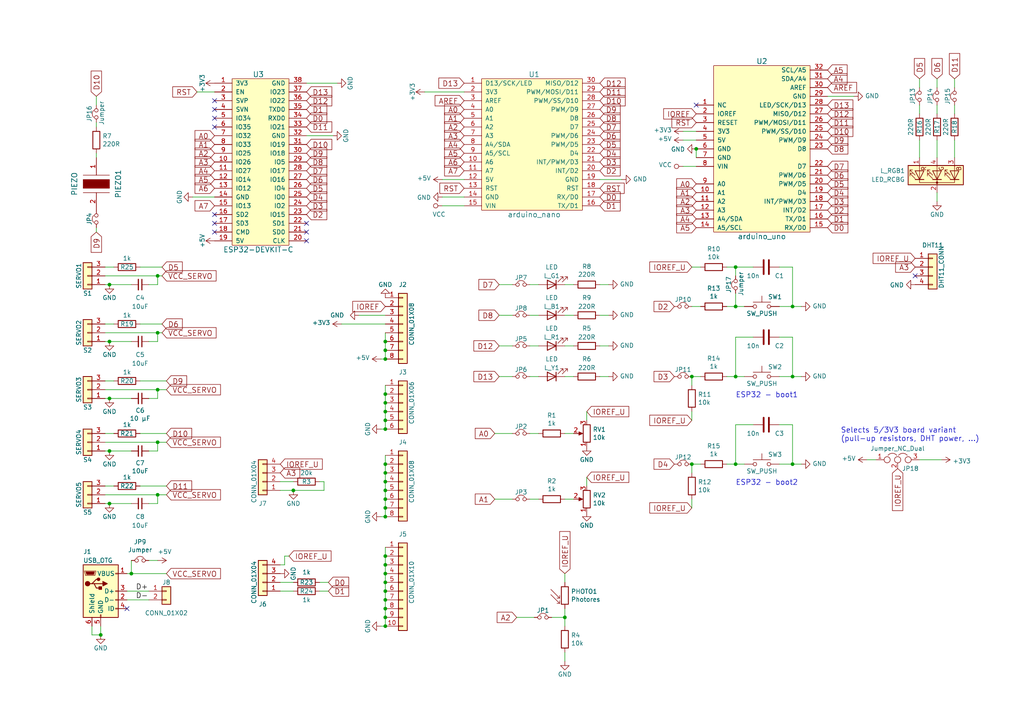
<source format=kicad_sch>
(kicad_sch (version 20211123) (generator eeschema)
  (paper "A4")
  (title_block (title "ArduinoLearningKitStarter") (date "2018-12-20") (rev "3.2") (company "RoboticsBrno"))
  (junction (at 111.76 144.78))
  (junction (at 111.76 176.53))
  (junction (at 45.72 96.52))
  (junction (at 163.83 179.07))
  (junction (at 45.72 128.27))
  (junction (at 213.36 88.9))
  (junction (at 200.66 134.62))
  (junction (at 31.75 82.55))
  (junction (at 31.75 146.05))
  (junction (at 111.76 119.38))
  (junction (at 45.72 143.51))
  (junction (at 229.87 109.22))
  (junction (at 111.76 171.45))
  (junction (at 45.72 80.01))
  (junction (at 111.76 101.6))
  (junction (at 111.76 173.99))
  (junction (at 45.72 113.03))
  (junction (at 31.75 99.06))
  (junction (at 111.76 142.24))
  (junction (at 111.76 124.46))
  (junction (at 111.76 134.62))
  (junction (at 111.76 161.29))
  (junction (at 85.09 142.24))
  (junction (at 31.75 115.57))
  (junction (at 213.36 77.47))
  (junction (at 111.76 168.91))
  (junction (at 200.66 109.22))
  (junction (at 111.76 181.61))
  (junction (at 111.76 166.37))
  (junction (at 111.76 137.16))
  (junction (at 111.76 121.92))
  (junction (at 111.76 139.7))
  (junction (at 111.76 104.14))
  (junction (at 229.87 88.9))
  (junction (at 213.36 134.62))
  (junction (at 111.76 147.32))
  (junction (at 201.93 43.18))
  (junction (at 38.1 166.37))
  (junction (at 213.36 109.22))
  (junction (at 111.76 179.07))
  (junction (at 111.76 163.83))
  (junction (at 29.21 184.15))
  (junction (at 111.76 114.3))
  (junction (at 111.76 116.84))
  (junction (at 229.87 134.62))
  (junction (at 111.76 149.86))
  (junction (at 111.76 99.06))
  (junction (at 31.75 130.81))
  (no_connect (at 265.43 80.01))
  (no_connect (at 62.23 67.31))
  (no_connect (at 62.23 64.77))
  (no_connect (at 62.23 36.83))
  (no_connect (at 88.9 64.77))
  (no_connect (at 62.23 31.75))
  (no_connect (at 62.23 62.23))
  (no_connect (at 62.23 34.29))
  (no_connect (at 62.23 29.21))
  (no_connect (at 201.93 30.48))
  (no_connect (at 36.83 176.53))
  (no_connect (at 88.9 67.31))
  (no_connect (at 88.9 69.85))
  (wire (pts (xy 111.76 179.07) (xy 111.76 181.61)))
  (wire (pts (xy 82.55 163.83) (xy 81.28 163.83)))
  (wire (pts (xy 251.46 133.35) (xy 254 133.35)))
  (wire (pts (xy 173.99 100.33) (xy 176.53 100.33)))
  (wire (pts (xy 111.76 181.61) (xy 110.49 181.61)))
  (wire (pts (xy 111.76 119.38) (xy 111.76 121.92)))
  (wire (pts (xy 26.67 181.61) (xy 26.67 184.15)))
  (wire (pts (xy 26.67 184.15) (xy 29.21 184.15)))
  (wire (pts (xy 81.28 142.24) (xy 85.09 142.24)))
  (wire (pts (xy 111.76 132.08) (xy 111.76 134.62)))
  (wire (pts (xy 111.76 134.62) (xy 111.76 137.16)))
  (wire (pts (xy 229.87 97.79) (xy 229.87 109.22)))
  (wire (pts (xy 111.76 168.91) (xy 111.76 171.45)))
  (wire (pts (xy 215.9 134.62) (xy 213.36 134.62)))
  (wire (pts (xy 57.15 26.67) (xy 62.23 26.67)))
  (wire (pts (xy 163.83 189.23) (xy 163.83 191.77)))
  (wire (pts (xy 30.48 99.06) (xy 31.75 99.06)))
  (wire (pts (xy 85.09 142.24) (xy 93.98 142.24)))
  (wire (pts (xy 229.87 123.19) (xy 229.87 134.62)))
  (wire (pts (xy 163.83 82.55) (xy 166.37 82.55)))
  (wire (pts (xy 40.64 93.98) (xy 46.99 93.98)))
  (wire (pts (xy 198.12 40.64) (xy 201.93 40.64)))
  (wire (pts (xy 210.82 109.22) (xy 213.36 109.22)))
  (wire (pts (xy 148.59 144.78) (xy 143.51 144.78)))
  (wire (pts (xy 45.72 113.03) (xy 48.26 113.03)))
  (wire (pts (xy 163.83 100.33) (xy 166.37 100.33)))
  (wire (pts (xy 30.48 125.73) (xy 33.02 125.73)))
  (wire (pts (xy 82.55 161.29) (xy 82.55 163.83)))
  (wire (pts (xy 163.83 176.53) (xy 163.83 179.07)))
  (wire (pts (xy 30.48 77.47) (xy 33.02 77.47)))
  (wire (pts (xy 229.87 134.62) (xy 232.41 134.62)))
  (wire (pts (xy 45.72 99.06) (xy 45.72 96.52)))
  (wire (pts (xy 45.72 146.05) (xy 45.72 143.51)))
  (wire (pts (xy 226.06 88.9) (xy 229.87 88.9)))
  (wire (pts (xy 153.67 109.22) (xy 156.21 109.22)))
  (wire (pts (xy 266.7 133.35) (xy 273.05 133.35)))
  (wire (pts (xy 213.36 123.19) (xy 218.44 123.19)))
  (wire (pts (xy 30.48 80.01) (xy 45.72 80.01)))
  (wire (pts (xy 213.36 77.47) (xy 213.36 80.01)))
  (wire (pts (xy 111.76 139.7) (xy 111.76 142.24)))
  (wire (pts (xy 43.18 115.57) (xy 45.72 115.57)))
  (wire (pts (xy 271.78 40.64) (xy 271.78 45.72)))
  (wire (pts (xy 148.59 109.22) (xy 144.78 109.22)))
  (wire (pts (xy 148.59 125.73) (xy 143.51 125.73)))
  (wire (pts (xy 200.66 121.92) (xy 200.66 119.38)))
  (wire (pts (xy 215.9 109.22) (xy 213.36 109.22)))
  (wire (pts (xy 30.48 128.27) (xy 45.72 128.27)))
  (wire (pts (xy 247.65 27.94) (xy 240.03 27.94)))
  (wire (pts (xy 36.83 166.37) (xy 38.1 166.37)))
  (wire (pts (xy 213.36 97.79) (xy 218.44 97.79)))
  (wire (pts (xy 45.72 82.55) (xy 43.18 82.55)))
  (wire (pts (xy 153.67 125.73) (xy 156.21 125.73)))
  (wire (pts (xy 31.75 82.55) (xy 38.1 82.55)))
  (wire (pts (xy 213.36 85.09) (xy 213.36 88.9)))
  (wire (pts (xy 160.02 179.07) (xy 163.83 179.07)))
  (wire (pts (xy 45.72 80.01) (xy 46.99 80.01)))
  (wire (pts (xy 111.76 104.14) (xy 110.49 104.14)))
  (wire (pts (xy 31.75 115.57) (xy 38.1 115.57)))
  (wire (pts (xy 30.48 130.81) (xy 31.75 130.81)))
  (wire (pts (xy 128.27 59.69) (xy 134.62 59.69)))
  (wire (pts (xy 201.93 45.72) (xy 201.93 43.18)))
  (wire (pts (xy 33.02 93.98) (xy 30.48 93.98)))
  (wire (pts (xy 55.88 57.15) (xy 62.23 57.15)))
  (wire (pts (xy 200.66 134.62) (xy 203.2 134.62)))
  (wire (pts (xy 111.76 163.83) (xy 111.76 166.37)))
  (wire (pts (xy 111.76 114.3) (xy 111.76 116.84)))
  (wire (pts (xy 229.87 109.22) (xy 232.41 109.22)))
  (wire (pts (xy 153.67 82.55) (xy 156.21 82.55)))
  (wire (pts (xy 266.7 30.48) (xy 266.7 33.02)))
  (wire (pts (xy 111.76 116.84) (xy 111.76 119.38)))
  (wire (pts (xy 111.76 149.86) (xy 110.49 149.86)))
  (wire (pts (xy 45.72 143.51) (xy 48.26 143.51)))
  (wire (pts (xy 111.76 142.24) (xy 111.76 144.78)))
  (wire (pts (xy 226.06 97.79) (xy 229.87 97.79)))
  (wire (pts (xy 43.18 162.56) (xy 45.72 162.56)))
  (wire (pts (xy 29.21 184.15) (xy 29.21 181.61)))
  (wire (pts (xy 45.72 82.55) (xy 45.72 80.01)))
  (wire (pts (xy 170.18 121.92) (xy 170.18 119.38)))
  (wire (pts (xy 96.52 39.37) (xy 88.9 39.37)))
  (wire (pts (xy 166.37 125.73) (xy 163.83 125.73)))
  (wire (pts (xy 276.86 25.4) (xy 276.86 22.86)))
  (wire (pts (xy 40.64 77.47) (xy 46.99 77.47)))
  (wire (pts (xy 30.48 113.03) (xy 45.72 113.03)))
  (wire (pts (xy 173.99 91.44) (xy 176.53 91.44)))
  (wire (pts (xy 30.48 96.52) (xy 45.72 96.52)))
  (wire (pts (xy 30.48 115.57) (xy 31.75 115.57)))
  (wire (pts (xy 215.9 88.9) (xy 213.36 88.9)))
  (wire (pts (xy 266.7 40.64) (xy 266.7 45.72)))
  (wire (pts (xy 213.36 123.19) (xy 213.36 134.62)))
  (wire (pts (xy 226.06 123.19) (xy 229.87 123.19)))
  (wire (pts (xy 163.83 91.44) (xy 166.37 91.44)))
  (wire (pts (xy 31.75 146.05) (xy 38.1 146.05)))
  (wire (pts (xy 111.76 96.52) (xy 111.76 99.06)))
  (wire (pts (xy 111.76 124.46) (xy 110.49 124.46)))
  (wire (pts (xy 203.2 88.9) (xy 200.66 88.9)))
  (wire (pts (xy 148.59 91.44) (xy 144.78 91.44)))
  (wire (pts (xy 134.62 26.67) (xy 123.19 26.67)))
  (wire (pts (xy 31.75 99.06) (xy 38.1 99.06)))
  (wire (pts (xy 210.82 77.47) (xy 213.36 77.47)))
  (wire (pts (xy 92.71 168.91) (xy 95.25 168.91)))
  (wire (pts (xy 27.94 66.04) (xy 27.94 67.31)))
  (wire (pts (xy 36.83 171.45) (xy 43.18 171.45)))
  (wire (pts (xy 200.66 109.22) (xy 200.66 111.76)))
  (wire (pts (xy 128.27 52.07) (xy 134.62 52.07)))
  (wire (pts (xy 153.67 100.33) (xy 156.21 100.33)))
  (wire (pts (xy 163.83 109.22) (xy 166.37 109.22)))
  (wire (pts (xy 166.37 144.78) (xy 163.83 144.78)))
  (wire (pts (xy 271.78 30.48) (xy 271.78 33.02)))
  (wire (pts (xy 229.87 77.47) (xy 229.87 88.9)))
  (wire (pts (xy 271.78 55.88) (xy 271.78 58.42)))
  (wire (pts (xy 276.86 30.48) (xy 276.86 33.02)))
  (wire (pts (xy 38.1 162.56) (xy 38.1 166.37)))
  (wire (pts (xy 111.76 144.78) (xy 111.76 147.32)))
  (wire (pts (xy 43.18 146.05) (xy 45.72 146.05)))
  (wire (pts (xy 229.87 88.9) (xy 232.41 88.9)))
  (wire (pts (xy 111.76 163.83) (xy 111.76 161.29)))
  (wire (pts (xy 200.66 134.62) (xy 200.66 137.16)))
  (wire (pts (xy 38.1 166.37) (xy 48.26 166.37)))
  (wire (pts (xy 30.48 82.55) (xy 31.75 82.55)))
  (wire (pts (xy 111.76 137.16) (xy 111.76 139.7)))
  (wire (pts (xy 27.94 27.94) (xy 27.94 30.48)))
  (wire (pts (xy 173.99 109.22) (xy 176.53 109.22)))
  (wire (pts (xy 198.12 38.1) (xy 201.93 38.1)))
  (wire (pts (xy 45.72 130.81) (xy 45.72 128.27)))
  (wire (pts (xy 148.59 82.55) (xy 144.78 82.55)))
  (wire (pts (xy 213.36 97.79) (xy 213.36 109.22)))
  (wire (pts (xy 226.06 134.62) (xy 229.87 134.62)))
  (wire (pts (xy 43.18 130.81) (xy 45.72 130.81)))
  (wire (pts (xy 27.94 35.56) (xy 27.94 36.83)))
  (wire (pts (xy 92.71 171.45) (xy 95.25 171.45)))
  (wire (pts (xy 170.18 140.97) (xy 170.18 138.43)))
  (wire (pts (xy 210.82 134.62) (xy 213.36 134.62)))
  (wire (pts (xy 226.06 109.22) (xy 229.87 109.22)))
  (wire (pts (xy 226.06 77.47) (xy 229.87 77.47)))
  (wire (pts (xy 46.99 96.52) (xy 45.72 96.52)))
  (wire (pts (xy 153.67 144.78) (xy 156.21 144.78)))
  (wire (pts (xy 40.64 125.73) (xy 48.26 125.73)))
  (wire (pts (xy 163.83 168.91) (xy 163.83 166.37)))
  (wire (pts (xy 45.72 115.57) (xy 45.72 113.03)))
  (wire (pts (xy 33.02 110.49) (xy 30.48 110.49)))
  (wire (pts (xy 81.28 168.91) (xy 85.09 168.91)))
  (wire (pts (xy 111.76 91.44) (xy 104.14 91.44)))
  (wire (pts (xy 200.66 77.47) (xy 203.2 77.47)))
  (wire (pts (xy 33.02 140.97) (xy 30.48 140.97)))
  (wire (pts (xy 210.82 88.9) (xy 213.36 88.9)))
  (wire (pts (xy 111.76 171.45) (xy 111.76 173.99)))
  (wire (pts (xy 134.62 57.15) (xy 128.27 57.15)))
  (wire (pts (xy 200.66 144.78) (xy 200.66 147.32)))
  (wire (pts (xy 266.7 22.86) (xy 266.7 25.4)))
  (wire (pts (xy 43.18 99.06) (xy 45.72 99.06)))
  (wire (pts (xy 148.59 100.33) (xy 144.78 100.33)))
  (wire (pts (xy 30.48 146.05) (xy 31.75 146.05)))
  (wire (pts (xy 111.76 111.76) (xy 111.76 114.3)))
  (wire (pts (xy 40.64 110.49) (xy 48.26 110.49)))
  (wire (pts (xy 27.94 44.45) (xy 27.94 45.72)))
  (wire (pts (xy 111.76 121.92) (xy 111.76 124.46)))
  (wire (pts (xy 111.76 176.53) (xy 111.76 179.07)))
  (wire (pts (xy 30.48 143.51) (xy 45.72 143.51)))
  (wire (pts (xy 97.79 24.13) (xy 88.9 24.13)))
  (wire (pts (xy 111.76 166.37) (xy 111.76 168.91)))
  (wire (pts (xy 153.67 91.44) (xy 156.21 91.44)))
  (wire (pts (xy 111.76 99.06) (xy 111.76 101.6)))
  (wire (pts (xy 92.71 139.7) (xy 93.98 139.7)))
  (wire (pts (xy 201.93 48.26) (xy 198.12 48.26)))
  (wire (pts (xy 40.64 140.97) (xy 48.26 140.97)))
  (wire (pts (xy 200.66 109.22) (xy 203.2 109.22)))
  (wire (pts (xy 111.76 173.99) (xy 111.76 176.53)))
  (wire (pts (xy 173.99 52.07) (xy 180.34 52.07)))
  (wire (pts (xy 36.83 173.99) (xy 43.18 173.99)))
  (wire (pts (xy 83.82 161.29) (xy 82.55 161.29)))
  (wire (pts (xy 271.78 25.4) (xy 271.78 22.86)))
  (wire (pts (xy 111.76 147.32) (xy 111.76 149.86)))
  (wire (pts (xy 93.98 139.7) (xy 93.98 142.24)))
  (wire (pts (xy 81.28 139.7) (xy 85.09 139.7)))
  (wire (pts (xy 276.86 40.64) (xy 276.86 45.72)))
  (wire (pts (xy 163.83 179.07) (xy 163.83 181.61)))
  (wire (pts (xy 48.26 128.27) (xy 45.72 128.27)))
  (wire (pts (xy 81.28 171.45) (xy 85.09 171.45)))
  (wire (pts (xy 213.36 77.47) (xy 218.44 77.47)))
  (wire (pts (xy 173.99 82.55) (xy 176.53 82.55)))
  (wire (pts (xy 99.06 93.98) (xy 111.76 93.98)))
  (wire (pts (xy 111.76 158.75) (xy 111.76 161.29)))
  (wire (pts (xy 31.75 130.81) (xy 38.1 130.81)))
  (wire (pts (xy 111.76 104.14) (xy 111.76 101.6)))
  (wire (pts (xy 154.94 179.07) (xy 149.86 179.07)))
  (text "ESP32 - boot1" (at 213.36 115.57 0) (effects (font (size 1.524 1.524)) (justify left bottom)))
  (text "Selects 5/3V3 board variant\n(pull-up resistors, DHT power, ...)" (at 243.84 128.27 0) (effects (font (size 1.524 1.524)) (justify left bottom)))
  (text "ESP32 - boot2" (at 213.36 140.97 0) (effects (font (size 1.524 1.524)) (justify left bottom)))
  (label "D+" (at 39.37 171.45 0) (effects (font (size 1.524 1.524))))
  (label "D-" (at 39.37 173.99 0) (effects (font (size 1.524 1.524))))
  (global_label "A3" (shape input) (at 134.62 39.37 180) (effects (font (size 1.524 1.524))) (property "Referencias entre hojas" "${INTERSHEET_REFS}" (effects hide)))
  (global_label "D5" (shape input) (at 173.99 41.91 0) (effects (font (size 1.524 1.524))) (property "Referencias entre hojas" "${INTERSHEET_REFS}" (effects hide)))
  (global_label "D7" (shape input) (at 144.78 82.55 180) (effects (font (size 1.524 1.524))) (property "Referencias entre hojas" "${INTERSHEET_REFS}" (effects hide)))
  (global_label "A1" (shape input) (at 143.51 144.78 180) (effects (font (size 1.524 1.524))) (property "Referencias entre hojas" "${INTERSHEET_REFS}" (effects hide)))
  (global_label "D10" (shape input) (at 48.26 125.73 0) (effects (font (size 1.524 1.524))) (property "Referencias entre hojas" "${INTERSHEET_REFS}" (effects hide)))
  (global_label "A4" (shape input) (at 240.03 22.86 0) (effects (font (size 1.524 1.524))) (property "Referencias entre hojas" "${INTERSHEET_REFS}" (effects hide)))
  (global_label "IOREF_U" (shape input) (at 200.66 121.92 180) (effects (font (size 1.524 1.524))) (property "Referencias entre hojas" "${INTERSHEET_REFS}" (effects hide)))
  (global_label "D11" (shape input) (at 48.26 140.97 0) (effects (font (size 1.524 1.524))) (property "Referencias entre hojas" "${INTERSHEET_REFS}" (effects hide)))
  (global_label "A3" (shape input) (at 81.28 137.16 0) (effects (font (size 1.524 1.524))) (property "Referencias entre hojas" "${INTERSHEET_REFS}" (effects hide)))
  (global_label "D12" (shape input) (at 88.9 29.21 0) (effects (font (size 1.524 1.524))) (property "Referencias entre hojas" "${INTERSHEET_REFS}" (effects hide)))
  (global_label "D10" (shape input) (at 27.94 27.94 90) (effects (font (size 1.524 1.524))) (property "Referencias entre hojas" "${INTERSHEET_REFS}" (effects hide)))
  (global_label "IOREF_U" (shape input) (at 200.66 147.32 180) (effects (font (size 1.524 1.524))) (property "Referencias entre hojas" "${INTERSHEET_REFS}" (effects hide)))
  (global_label "A0" (shape input) (at 143.51 125.73 180) (effects (font (size 1.524 1.524))) (property "Referencias entre hojas" "${INTERSHEET_REFS}" (effects hide)))
  (global_label "D9" (shape input) (at 48.26 110.49 0) (effects (font (size 1.524 1.524))) (property "Referencias entre hojas" "${INTERSHEET_REFS}" (effects hide)))
  (global_label "D9" (shape input) (at 88.9 44.45 0) (effects (font (size 1.524 1.524))) (property "Referencias entre hojas" "${INTERSHEET_REFS}" (effects hide)))
  (global_label "D5" (shape input) (at 46.99 77.47 0) (effects (font (size 1.524 1.524))) (property "Referencias entre hojas" "${INTERSHEET_REFS}" (effects hide)))
  (global_label "VCC_SERVO" (shape input) (at 48.26 166.37 0) (effects (font (size 1.524 1.524))) (property "Referencias entre hojas" "${INTERSHEET_REFS}" (effects hide)))
  (global_label "RST" (shape input) (at 173.99 54.61 0) (effects (font (size 1.524 1.524))) (property "Referencias entre hojas" "${INTERSHEET_REFS}" (effects hide)))
  (global_label "AREF" (shape input) (at 240.03 25.4 0) (effects (font (size 1.524 1.524))) (property "Referencias entre hojas" "${INTERSHEET_REFS}" (effects hide)))
  (global_label "D8" (shape input) (at 144.78 91.44 180) (effects (font (size 1.524 1.524))) (property "Referencias entre hojas" "${INTERSHEET_REFS}" (effects hide)))
  (global_label "A3" (shape input) (at 201.93 60.96 180) (effects (font (size 1.524 1.524))) (property "Referencias entre hojas" "${INTERSHEET_REFS}" (effects hide)))
  (global_label "D7" (shape input) (at 173.99 36.83 0) (effects (font (size 1.524 1.524))) (property "Referencias entre hojas" "${INTERSHEET_REFS}" (effects hide)))
  (global_label "RST" (shape input) (at 201.93 35.56 180) (effects (font (size 1.524 1.524))) (property "Referencias entre hojas" "${INTERSHEET_REFS}" (effects hide)))
  (global_label "IOREF_U" (shape input) (at 81.28 134.62 0) (effects (font (size 1.524 1.524))) (property "Referencias entre hojas" "${INTERSHEET_REFS}" (effects hide)))
  (global_label "A6" (shape input) (at 62.23 54.61 180) (effects (font (size 1.524 1.524))) (property "Referencias entre hojas" "${INTERSHEET_REFS}" (effects hide)))
  (global_label "D1" (shape input) (at 95.25 171.45 0) (effects (font (size 1.524 1.524))) (property "Referencias entre hojas" "${INTERSHEET_REFS}" (effects hide)))
  (global_label "IOREF_U" (shape input) (at 200.66 77.47 180) (effects (font (size 1.524 1.524))) (property "Referencias entre hojas" "${INTERSHEET_REFS}" (effects hide)))
  (global_label "D4" (shape input) (at 195.58 134.62 180) (effects (font (size 1.524 1.524))) (property "Referencias entre hojas" "${INTERSHEET_REFS}" (effects hide)))
  (global_label "D1" (shape input) (at 173.99 59.69 0) (effects (font (size 1.524 1.524))) (property "Referencias entre hojas" "${INTERSHEET_REFS}" (effects hide)))
  (global_label "D3" (shape input) (at 195.58 109.22 180) (effects (font (size 1.524 1.524))) (property "Referencias entre hojas" "${INTERSHEET_REFS}" (effects hide)))
  (global_label "A4" (shape input) (at 62.23 49.53 180) (effects (font (size 1.524 1.524))) (property "Referencias entre hojas" "${INTERSHEET_REFS}" (effects hide)))
  (global_label "D8" (shape input) (at 173.99 34.29 0) (effects (font (size 1.524 1.524))) (property "Referencias entre hojas" "${INTERSHEET_REFS}" (effects hide)))
  (global_label "D2" (shape input) (at 173.99 49.53 0) (effects (font (size 1.524 1.524))) (property "Referencias entre hojas" "${INTERSHEET_REFS}" (effects hide)))
  (global_label "RST" (shape input) (at 134.62 54.61 180) (effects (font (size 1.524 1.524))) (property "Referencias entre hojas" "${INTERSHEET_REFS}" (effects hide)))
  (global_label "VCC_SERVO" (shape input) (at 48.26 143.51 0) (effects (font (size 1.524 1.524))) (property "Referencias entre hojas" "${INTERSHEET_REFS}" (effects hide)))
  (global_label "A2" (shape input) (at 62.23 44.45 180) (effects (font (size 1.524 1.524))) (property "Referencias entre hojas" "${INTERSHEET_REFS}" (effects hide)))
  (global_label "D10" (shape input) (at 240.03 38.1 0) (effects (font (size 1.524 1.524))) (property "Referencias entre hojas" "${INTERSHEET_REFS}" (effects hide)))
  (global_label "IOREF_U" (shape input) (at 170.18 138.43 0) (effects (font (size 1.524 1.524))) (property "Referencias entre hojas" "${INTERSHEET_REFS}" (effects hide)))
  (global_label "D9" (shape input) (at 173.99 31.75 0) (effects (font (size 1.524 1.524))) (property "Referencias entre hojas" "${INTERSHEET_REFS}" (effects hide)))
  (global_label "D0" (shape input) (at 88.9 34.29 0) (effects (font (size 1.524 1.524))) (property "Referencias entre hojas" "${INTERSHEET_REFS}" (effects hide)))
  (global_label "D10" (shape input) (at 88.9 41.91 0) (effects (font (size 1.524 1.524))) (property "Referencias entre hojas" "${INTERSHEET_REFS}" (effects hide)))
  (global_label "IOREF_U" (shape input) (at 83.82 161.29 0) (effects (font (size 1.524 1.524))) (property "Referencias entre hojas" "${INTERSHEET_REFS}" (effects hide)))
  (global_label "A2" (shape input) (at 134.62 36.83 180) (effects (font (size 1.524 1.524))) (property "Referencias entre hojas" "${INTERSHEET_REFS}" (effects hide)))
  (global_label "D3" (shape input) (at 88.9 59.69 0) (effects (font (size 1.524 1.524))) (property "Referencias entre hojas" "${INTERSHEET_REFS}" (effects hide)))
  (global_label "IOREF_U" (shape input) (at 260.35 135.89 270) (effects (font (size 1.524 1.524))) (property "Referencias entre hojas" "${INTERSHEET_REFS}" (effects hide)))
  (global_label "A7" (shape input) (at 134.62 49.53 180) (effects (font (size 1.524 1.524))) (property "Referencias entre hojas" "${INTERSHEET_REFS}" (effects hide)))
  (global_label "D3" (shape input) (at 240.03 58.42 0) (effects (font (size 1.524 1.524))) (property "Referencias entre hojas" "${INTERSHEET_REFS}" (effects hide)))
  (global_label "A0" (shape input) (at 201.93 53.34 180) (effects (font (size 1.524 1.524))) (property "Referencias entre hojas" "${INTERSHEET_REFS}" (effects hide)))
  (global_label "RST" (shape input) (at 57.15 26.67 180) (effects (font (size 1.524 1.524))) (property "Referencias entre hojas" "${INTERSHEET_REFS}" (effects hide)))
  (global_label "D5" (shape input) (at 88.9 54.61 0) (effects (font (size 1.524 1.524))) (property "Referencias entre hojas" "${INTERSHEET_REFS}" (effects hide)))
  (global_label "D2" (shape input) (at 195.58 88.9 180) (effects (font (size 1.524 1.524))) (property "Referencias entre hojas" "${INTERSHEET_REFS}" (effects hide)))
  (global_label "D12" (shape input) (at 240.03 33.02 0) (effects (font (size 1.524 1.524))) (property "Referencias entre hojas" "${INTERSHEET_REFS}" (effects hide)))
  (global_label "A4" (shape input) (at 201.93 63.5 180) (effects (font (size 1.524 1.524))) (property "Referencias entre hojas" "${INTERSHEET_REFS}" (effects hide)))
  (global_label "D7" (shape input) (at 88.9 49.53 0) (effects (font (size 1.524 1.524))) (property "Referencias entre hojas" "${INTERSHEET_REFS}" (effects hide)))
  (global_label "VCC_SERVO" (shape input) (at 46.99 96.52 0) (effects (font (size 1.524 1.524))) (property "Referencias entre hojas" "${INTERSHEET_REFS}" (effects hide)))
  (global_label "D8" (shape input) (at 88.9 46.99 0) (effects (font (size 1.524 1.524))) (property "Referencias entre hojas" "${INTERSHEET_REFS}" (effects hide)))
  (global_label "D5" (shape input) (at 266.7 22.86 90) (effects (font (size 1.524 1.524))) (property "Referencias entre hojas" "${INTERSHEET_REFS}" (effects hide)))
  (global_label "D1" (shape input) (at 88.9 31.75 0) (effects (font (size 1.524 1.524))) (property "Referencias entre hojas" "${INTERSHEET_REFS}" (effects hide)))
  (global_label "A5" (shape input) (at 62.23 52.07 180) (effects (font (size 1.524 1.524))) (property "Referencias entre hojas" "${INTERSHEET_REFS}" (effects hide)))
  (global_label "VCC_SERVO" (shape input) (at 46.99 80.01 0) (effects (font (size 1.524 1.524))) (property "Referencias entre hojas" "${INTERSHEET_REFS}" (effects hide)))
  (global_label "IOREF_U" (shape input) (at 170.18 119.38 0) (effects (font (size 1.524 1.524))) (property "Referencias entre hojas" "${INTERSHEET_REFS}" (effects hide)))
  (global_label "D4" (shape input) (at 173.99 44.45 0) (effects (font (size 1.524 1.524))) (property "Referencias entre hojas" "${INTERSHEET_REFS}" (effects hide)))
  (global_label "AREF" (shape input) (at 134.62 29.21 180) (effects (font (size 1.524 1.524))) (property "Referencias entre hojas" "${INTERSHEET_REFS}" (effects hide)))
  (global_label "IOREF_U" (shape input) (at 163.83 166.37 90) (effects (font (size 1.524 1.524))) (property "Referencias entre hojas" "${INTERSHEET_REFS}" (effects hide)))
  (global_label "A3" (shape input) (at 265.43 77.47 180) (effects (font (size 1.524 1.524))) (property "Referencias entre hojas" "${INTERSHEET_REFS}" (effects hide)))
  (global_label "A0" (shape input) (at 62.23 39.37 180) (effects (font (size 1.524 1.524))) (property "Referencias entre hojas" "${INTERSHEET_REFS}" (effects hide)))
  (global_label "D9" (shape input) (at 240.03 40.64 0) (effects (font (size 1.524 1.524))) (property "Referencias entre hojas" "${INTERSHEET_REFS}" (effects hide)))
  (global_label "D12" (shape input) (at 144.78 100.33 180) (effects (font (size 1.524 1.524))) (property "Referencias entre hojas" "${INTERSHEET_REFS}" (effects hide)))
  (global_label "D1" (shape input) (at 240.03 63.5 0) (effects (font (size 1.524 1.524))) (property "Referencias entre hojas" "${INTERSHEET_REFS}" (effects hide)))
  (global_label "D6" (shape input) (at 173.99 39.37 0) (effects (font (size 1.524 1.524))) (property "Referencias entre hojas" "${INTERSHEET_REFS}" (effects hide)))
  (global_label "A7" (shape input) (at 62.23 59.69 180) (effects (font (size 1.524 1.524))) (property "Referencias entre hojas" "${INTERSHEET_REFS}" (effects hide)))
  (global_label "A1" (shape input) (at 62.23 41.91 180) (effects (font (size 1.524 1.524))) (property "Referencias entre hojas" "${INTERSHEET_REFS}" (effects hide)))
  (global_label "D4" (shape input) (at 88.9 57.15 0) (effects (font (size 1.524 1.524))) (property "Referencias entre hojas" "${INTERSHEET_REFS}" (effects hide)))
  (global_label "D11" (shape input) (at 173.99 26.67 0) (effects (font (size 1.524 1.524))) (property "Referencias entre hojas" "${INTERSHEET_REFS}" (effects hide)))
  (global_label "IOREF_U" (shape input) (at 265.43 74.93 180) (effects (font (size 1.524 1.524))) (property "Referencias entre hojas" "${INTERSHEET_REFS}" (effects hide)))
  (global_label "D0" (shape input) (at 95.25 168.91 0) (effects (font (size 1.524 1.524))) (property "Referencias entre hojas" "${INTERSHEET_REFS}" (effects hide)))
  (global_label "D11" (shape input) (at 240.03 35.56 0) (effects (font (size 1.524 1.524))) (property "Referencias entre hojas" "${INTERSHEET_REFS}" (effects hide)))
  (global_label "D13" (shape input) (at 240.03 30.48 0) (effects (font (size 1.524 1.524))) (property "Referencias entre hojas" "${INTERSHEET_REFS}" (effects hide)))
  (global_label "D4" (shape input) (at 240.03 55.88 0) (effects (font (size 1.524 1.524))) (property "Referencias entre hojas" "${INTERSHEET_REFS}" (effects hide)))
  (global_label "D6" (shape input) (at 271.78 22.86 90) (effects (font (size 1.524 1.524))) (property "Referencias entre hojas" "${INTERSHEET_REFS}" (effects hide)))
  (global_label "A1" (shape input) (at 201.93 55.88 180) (effects (font (size 1.524 1.524))) (property "Referencias entre hojas" "${INTERSHEET_REFS}" (effects hide)))
  (global_label "D12" (shape input) (at 173.99 24.13 0) (effects (font (size 1.524 1.524))) (property "Referencias entre hojas" "${INTERSHEET_REFS}" (effects hide)))
  (global_label "D8" (shape input) (at 240.03 43.18 0) (effects (font (size 1.524 1.524))) (property "Referencias entre hojas" "${INTERSHEET_REFS}" (effects hide)))
  (global_label "D7" (shape input) (at 240.03 48.26 0) (effects (font (size 1.524 1.524))) (property "Referencias entre hojas" "${INTERSHEET_REFS}" (effects hide)))
  (global_label "A5" (shape input) (at 201.93 66.04 180) (effects (font (size 1.524 1.524))) (property "Referencias entre hojas" "${INTERSHEET_REFS}" (effects hide)))
  (global_label "A4" (shape input) (at 134.62 41.91 180) (effects (font (size 1.524 1.524))) (property "Referencias entre hojas" "${INTERSHEET_REFS}" (effects hide)))
  (global_label "A0" (shape input) (at 134.62 31.75 180) (effects (font (size 1.524 1.524))) (property "Referencias entre hojas" "${INTERSHEET_REFS}" (effects hide)))
  (global_label "D9" (shape input) (at 27.94 67.31 270) (effects (font (size 1.524 1.524))) (property "Referencias entre hojas" "${INTERSHEET_REFS}" (effects hide)))
  (global_label "D0" (shape input) (at 240.03 66.04 0) (effects (font (size 1.524 1.524))) (property "Referencias entre hojas" "${INTERSHEET_REFS}" (effects hide)))
  (global_label "D0" (shape input) (at 173.99 57.15 0) (effects (font (size 1.524 1.524))) (property "Referencias entre hojas" "${INTERSHEET_REFS}" (effects hide)))
  (global_label "D3" (shape input) (at 173.99 46.99 0) (effects (font (size 1.524 1.524))) (property "Referencias entre hojas" "${INTERSHEET_REFS}" (effects hide)))
  (global_label "D5" (shape input) (at 240.03 53.34 0) (effects (font (size 1.524 1.524))) (property "Referencias entre hojas" "${INTERSHEET_REFS}" (effects hide)))
  (global_label "A5" (shape input) (at 134.62 44.45 180) (effects (font (size 1.524 1.524))) (property "Referencias entre hojas" "${INTERSHEET_REFS}" (effects hide)))
  (global_label "IOREF" (shape input) (at 111.76 88.9 180) (effects (font (size 1.524 1.524))) (property "Referencias entre hojas" "${INTERSHEET_REFS}" (effects hide)))
  (global_label "A2" (shape input) (at 201.93 58.42 180) (effects (font (size 1.524 1.524))) (property "Referencias entre hojas" "${INTERSHEET_REFS}" (effects hide)))
  (global_label "A5" (shape input) (at 240.03 20.32 0) (effects (font (size 1.524 1.524))) (property "Referencias entre hojas" "${INTERSHEET_REFS}" (effects hide)))
  (global_label "A2" (shape input) (at 149.86 179.07 180) (effects (font (size 1.524 1.524))) (property "Referencias entre hojas" "${INTERSHEET_REFS}" (effects hide)))
  (global_label "D2" (shape input) (at 88.9 62.23 0) (effects (font (size 1.524 1.524))) (property "Referencias entre hojas" "${INTERSHEET_REFS}" (effects hide)))
  (global_label "D6" (shape input) (at 88.9 52.07 0) (effects (font (size 1.524 1.524))) (property "Referencias entre hojas" "${INTERSHEET_REFS}" (effects hide)))
  (global_label "D6" (shape input) (at 46.99 93.98 0) (effects (font (size 1.524 1.524))) (property "Referencias entre hojas" "${INTERSHEET_REFS}" (effects hide)))
  (global_label "VCC_SERVO" (shape input) (at 48.26 128.27 0) (effects (font (size 1.524 1.524))) (property "Referencias entre hojas" "${INTERSHEET_REFS}" (effects hide)))
  (global_label "D13" (shape input) (at 144.78 109.22 180) (effects (font (size 1.524 1.524))) (property "Referencias entre hojas" "${INTERSHEET_REFS}" (effects hide)))
  (global_label "D13" (shape input) (at 88.9 26.67 0) (effects (font (size 1.524 1.524))) (property "Referencias entre hojas" "${INTERSHEET_REFS}" (effects hide)))
  (global_label "D10" (shape input) (at 173.99 29.21 0) (effects (font (size 1.524 1.524))) (property "Referencias entre hojas" "${INTERSHEET_REFS}" (effects hide)))
  (global_label "A6" (shape input) (at 134.62 46.99 180) (effects (font (size 1.524 1.524))) (property "Referencias entre hojas" "${INTERSHEET_REFS}" (effects hide)))
  (global_label "A3" (shape input) (at 62.23 46.99 180) (effects (font (size 1.524 1.524))) (property "Referencias entre hojas" "${INTERSHEET_REFS}" (effects hide)))
  (global_label "D11" (shape input) (at 276.86 22.86 90) (effects (font (size 1.524 1.524))) (property "Referencias entre hojas" "${INTERSHEET_REFS}" (effects hide)))
  (global_label "D13" (shape input) (at 134.62 24.13 180) (effects (font (size 1.524 1.524))) (property "Referencias entre hojas" "${INTERSHEET_REFS}" (effects hide)))
  (global_label "D11" (shape input) (at 88.9 36.83 0) (effects (font (size 1.524 1.524))) (property "Referencias entre hojas" "${INTERSHEET_REFS}" (effects hide)))
  (global_label "IOREF" (shape input) (at 201.93 33.02 180) (effects (font (size 1.524 1.524))) (property "Referencias entre hojas" "${INTERSHEET_REFS}" (effects hide)))
  (global_label "A1" (shape input) (at 134.62 34.29 180) (effects (font (size 1.524 1.524))) (property "Referencias entre hojas" "${INTERSHEET_REFS}" (effects hide)))
  (global_label "D6" (shape input) (at 240.03 50.8 0) (effects (font (size 1.524 1.524))) (property "Referencias entre hojas" "${INTERSHEET_REFS}" (effects hide)))
  (global_label "D2" (shape input) (at 240.03 60.96 0) (effects (font (size 1.524 1.524))) (property "Referencias entre hojas" "${INTERSHEET_REFS}" (effects hide)))
  (global_label "VCC_SERVO" (shape input) (at 48.26 113.03 0) (effects (font (size 1.524 1.524))) (property "Referencias entre hojas" "${INTERSHEET_REFS}" (effects hide)))
  (symbol (lib_id "ArduinoLearningKitStarter:arduino_nano-yaqwsx") (at 154.94 41.91 0) (unit 1)
    (property "Reference" "U1" (at 154.94 21.59 0) (effects (font (size 1.524 1.524))))
    (property "Value" "arduino_nano" (at 154.94 62.23 0) (effects (font (size 1.524 1.524))))
    (property "Footprint" "yaqwsx:arduino_nano" (effects hide))
  )
  (symbol (lib_id "ArduinoLearningKitStarter:arduino_uno-yaqwsx") (at 220.98 43.18 0) (unit 1)
    (property "Reference" "U2" (at 220.98 17.78 0) (effects (font (size 1.524 1.524))))
    (property "Value" "arduino_uno" (at 220.98 68.58 0) (effects (font (size 1.524 1.524))))
    (property "Footprint" "yaqwsx:arduino_uno_small_pads" (effects hide))
  )
  (symbol (lib_id "ArduinoLearningKitStarter:+3V3") (at 123.19 26.67 90) (unit 1)
    (property "Reference" "#PWR01" (effects hide))
    (property "Value" "+3V3" (at 119.634 26.67 0))
  )
  (symbol (lib_id "ArduinoLearningKitStarter:+3V3") (at 198.12 38.1 90) (unit 1)
    (property "Reference" "#PWR02" (effects hide))
    (property "Value" "+3V3" (at 194.8688 37.719 90) (effects (justify left)))
  )
  (symbol (lib_id "ArduinoLearningKitStarter:+5V") (at 128.27 52.07 90) (unit 1)
    (property "Reference" "#PWR03" (effects hide))
    (property "Value" "+5V" (at 125.0188 51.689 90) (effects (justify left)))
  )
  (symbol (lib_id "ArduinoLearningKitStarter:GND") (at 128.27 57.15 270) (unit 1)
    (property "Reference" "#PWR04" (effects hide))
    (property "Value" "GND" (at 125.0188 57.277 90) (effects (justify right)))
  )
  (symbol (lib_id "ArduinoLearningKitStarter:VCC") (at 128.27 59.69 90) (unit 1)
    (property "Reference" "#PWR05" (effects hide))
    (property "Value" "VCC" (at 127.3302 62.1792 90))
  )
  (symbol (lib_id "ArduinoLearningKitStarter:GND") (at 180.34 52.07 90) (unit 1)
    (property "Reference" "#PWR06" (effects hide))
    (property "Value" "GND" (at 183.5912 51.943 90) (effects (justify right)))
  )
  (symbol (lib_id "ArduinoLearningKitStarter:GND") (at 201.93 43.18 270) (unit 1)
    (property "Reference" "#PWR07" (effects hide))
    (property "Value" "GND" (at 198.6788 43.307 90) (effects (justify right)))
  )
  (symbol (lib_id "ArduinoLearningKitStarter:GND") (at 247.65 27.94 90) (unit 1)
    (property "Reference" "#PWR08" (effects hide))
    (property "Value" "GND" (at 250.9012 27.813 90) (effects (justify right)))
  )
  (symbol (lib_id "ArduinoLearningKitStarter:+5V") (at 198.12 40.64 90) (unit 1)
    (property "Reference" "#PWR09" (effects hide))
    (property "Value" "+5V" (at 194.8688 40.259 90) (effects (justify left)))
  )
  (symbol (lib_id "ArduinoLearningKitStarter:VCC") (at 198.12 48.26 90) (unit 1)
    (property "Reference" "#PWR010" (effects hide))
    (property "Value" "VCC" (at 194.8942 47.8028 90) (effects (justify left)))
  )
  (symbol (lib_id "ArduinoLearningKitStarter:PIEZO-yaqwsx") (at 27.94 53.34 90) (mirror x) (unit 1)
    (property "Reference" "PIEZO1" (at 34.29 53.34 0) (effects (font (size 1.524 1.524))))
    (property "Value" "PIEZO" (at 21.59 53.34 0) (effects (font (size 1.524 1.524))))
    (property "Footprint" "yaqwsx:piezo_12" (effects hide))
  )
  (symbol (lib_id "ArduinoLearningKitStarter:GND") (at 232.41 134.62 90) (unit 1)
    (property "Reference" "#PWR011" (effects hide))
    (property "Value" "GND" (at 235.6612 134.493 90) (effects (justify right)))
  )
  (symbol (lib_id "Device:LED_RCBG") (at 271.78 50.8 90) (unit 1)
    (property "Reference" "L_RGB1" (at 255.27 49.53 90) (effects (justify right)))
    (property "Value" "LED_RCBG" (at 252.73 52.07 90) (effects (justify right)))
    (property "Footprint" "LED_THT:LED_D5.0mm-4_RGB" (effects hide))
  )
  (symbol (lib_id "Device:R") (at 266.7 36.83 0) (unit 1)
    (property "Reference" "R16" (at 266.7 36.83 90))
    (property "Value" "220R" (at 264.16 36.83 90))
    (property "Footprint" "Resistors_SMD:R_1206_HandSoldering" (effects hide))
  )
  (symbol (lib_id "Device:R") (at 271.78 36.83 0) (unit 1)
    (property "Reference" "R17" (at 271.78 36.83 90))
    (property "Value" "220R" (at 269.24 36.83 90))
    (property "Footprint" "Resistors_SMD:R_1206_HandSoldering" (effects hide))
  )
  (symbol (lib_id "Device:R") (at 276.86 36.83 0) (unit 1)
    (property "Reference" "R18" (at 276.86 36.83 90))
    (property "Value" "220R" (at 274.32 36.83 90))
    (property "Footprint" "Resistors_SMD:R_1206_HandSoldering" (effects hide))
  )
  (symbol (lib_id "Device:R") (at 27.94 40.64 0) (unit 1)
    (property "Reference" "R7" (at 29.718 39.4716 0) (effects (justify left)))
    (property "Value" "220R" (at 29.718 41.783 0) (effects (justify left)))
    (property "Footprint" "Resistors_SMD:R_1206_HandSoldering" (effects hide))
  )
  (symbol (lib_id "Device:Jumper_NC_Small") (at 266.7 27.94 90) (unit 1)
    (property "Reference" "JP13" (at 264.668 27.94 0))
    (property "Value" "Jumper_NC_Small" (effects hide))
    (property "Footprint" "yaqwsx:CUT_BRIDGGE" (effects hide))
  )
  (symbol (lib_id "Device:Jumper_NC_Small") (at 271.78 27.94 90) (unit 1)
    (property "Reference" "JP14" (at 269.748 27.94 0))
    (property "Value" "Jumper_NC_Small" (effects hide))
    (property "Footprint" "yaqwsx:CUT_BRIDGGE" (effects hide))
  )
  (symbol (lib_id "Device:Jumper_NC_Small") (at 276.86 27.94 90) (unit 1)
    (property "Reference" "JP15" (at 274.828 27.94 0))
    (property "Value" "Jumper_NC_Small" (effects hide))
    (property "Footprint" "yaqwsx:CUT_BRIDGGE" (effects hide))
  )
  (symbol (lib_id "Device:Jumper_NC_Small") (at 27.94 63.5 90) (unit 1)
    (property "Reference" "JP4" (at 25.908 63.5 0))
    (property "Value" "Jumper_NC_Small" (effects hide))
    (property "Footprint" "yaqwsx:CUT_BRIDGGE" (effects hide))
  )
  (symbol (lib_id "Device:R_POT") (at 170.18 125.73 180) (unit 1)
    (property "Reference" "RV1" (at 171.9326 124.5616 0) (effects (justify right)))
    (property "Value" "10k" (at 171.9326 126.873 0) (effects (justify right)))
    (property "Footprint" "yaqwsx:RV09" (effects hide))
  )
  (symbol (lib_id "Device:Jumper_NC_Small") (at 151.13 125.73 0) (unit 1)
    (property "Reference" "JP2" (at 151.13 123.698 0))
    (property "Value" "Jumper_NC_Small" (effects hide))
    (property "Footprint" "yaqwsx:CUT_BRIDGGE" (effects hide))
  )
  (symbol (lib_id "ArduinoLearningKitStarter:GND") (at 170.18 129.54 0) (unit 1)
    (property "Reference" "#PWR012" (effects hide))
    (property "Value" "GND" (at 170.18 133.35 0))
  )
  (symbol (lib_id "Device:LED") (at 160.02 82.55 180) (unit 1)
    (property "Reference" "L_G1" (at 160.02 80.01 0))
    (property "Value" "LED" (at 160.02 77.47 0))
    (property "Footprint" "LED_THT:LED_D5.0mm" (effects hide))
  )
  (symbol (lib_id "Device:R") (at 170.18 82.55 270) (unit 1)
    (property "Reference" "R8" (at 170.18 77.2922 90))
    (property "Value" "220R" (at 170.18 79.6036 90))
    (property "Footprint" "Resistors_SMD:R_1206_HandSoldering" (effects hide))
  )
  (symbol (lib_id "ArduinoLearningKitStarter:GND") (at 176.53 82.55 90) (unit 1)
    (property "Reference" "#PWR013" (effects hide))
    (property "Value" "GND" (at 179.7812 82.423 90) (effects (justify right)))
  )
  (symbol (lib_id "Device:Jumper_NC_Small") (at 151.13 82.55 0) (unit 1)
    (property "Reference" "JP7" (at 151.13 80.518 0))
    (property "Value" "Jumper_NC_Small" (effects hide))
    (property "Footprint" "yaqwsx:CUT_BRIDGGE" (effects hide))
  )
  (symbol (lib_id "Device:LED") (at 160.02 91.44 180) (unit 1)
    (property "Reference" "L_B1" (at 160.02 88.9 0))
    (property "Value" "LED" (at 160.02 86.36 0))
    (property "Footprint" "LED_THT:LED_D5.0mm" (effects hide))
  )
  (symbol (lib_id "Device:R") (at 170.18 91.44 270) (unit 1)
    (property "Reference" "R9" (at 170.18 86.36 90))
    (property "Value" "220R" (at 170.18 88.9 90))
    (property "Footprint" "Resistors_SMD:R_1206_HandSoldering" (effects hide))
  )
  (symbol (lib_id "ArduinoLearningKitStarter:GND") (at 176.53 91.44 90) (unit 1)
    (property "Reference" "#PWR014" (effects hide))
    (property "Value" "GND" (at 179.7812 91.313 90) (effects (justify right)))
  )
  (symbol (lib_id "Device:Jumper_NC_Small") (at 151.13 91.44 0) (unit 1)
    (property "Reference" "JP8" (at 151.13 89.408 0))
    (property "Value" "Jumper_NC_Small" (effects hide))
    (property "Footprint" "yaqwsx:CUT_BRIDGGE" (effects hide))
  )
  (symbol (lib_id "Device:LED") (at 160.02 100.33 180) (unit 1)
    (property "Reference" "L_R1" (at 160.02 97.79 0))
    (property "Value" "LED" (at 160.02 95.25 0))
    (property "Footprint" "LED_THT:LED_D5.0mm" (effects hide))
  )
  (symbol (lib_id "Device:R") (at 170.18 100.33 270) (unit 1)
    (property "Reference" "R5" (at 170.18 95.25 90))
    (property "Value" "220R" (at 170.18 97.79 90))
    (property "Footprint" "Resistors_SMD:R_1206_HandSoldering" (effects hide))
  )
  (symbol (lib_id "ArduinoLearningKitStarter:GND") (at 176.53 100.33 90) (unit 1)
    (property "Reference" "#PWR015" (effects hide))
    (property "Value" "GND" (at 179.7812 100.203 90) (effects (justify right)))
  )
  (symbol (lib_id "Device:Jumper_NC_Small") (at 151.13 100.33 0) (unit 1)
    (property "Reference" "JP5" (at 151.13 98.298 0))
    (property "Value" "Jumper_NC_Small" (effects hide))
    (property "Footprint" "yaqwsx:CUT_BRIDGGE" (effects hide))
  )
  (symbol (lib_id "Device:LED") (at 160.02 109.22 180) (unit 1)
    (property "Reference" "L_Y1" (at 160.02 106.68 0))
    (property "Value" "LED" (at 160.02 104.14 0))
    (property "Footprint" "LED_THT:LED_D5.0mm" (effects hide))
  )
  (symbol (lib_id "Device:R") (at 170.18 109.22 270) (unit 1)
    (property "Reference" "R6" (at 170.18 104.14 90))
    (property "Value" "220R" (at 170.18 106.68 90))
    (property "Footprint" "Resistors_SMD:R_1206_HandSoldering" (effects hide))
  )
  (symbol (lib_id "ArduinoLearningKitStarter:GND") (at 176.53 109.22 90) (unit 1)
    (property "Reference" "#PWR016" (effects hide))
    (property "Value" "GND" (at 179.7812 109.093 90) (effects (justify right)))
  )
  (symbol (lib_id "Device:Jumper_NC_Small") (at 151.13 109.22 0) (unit 1)
    (property "Reference" "JP6" (at 151.13 107.188 0))
    (property "Value" "Jumper_NC_Small" (effects hide))
    (property "Footprint" "yaqwsx:CUT_BRIDGGE" (effects hide))
  )
  (symbol (lib_id "Device:R_PHOTO") (at 163.83 172.72 0) (unit 1)
    (property "Reference" "PHOTO1" (at 165.608 171.5516 0) (effects (justify left)))
    (property "Value" "Photores" (at 165.608 173.863 0) (effects (justify left)))
    (property "Footprint" "Resistors_ThroughHole:Resistor_Horizontal_RM7mm" (effects hide))
  )
  (symbol (lib_id "Device:Jumper_NC_Small") (at 157.48 179.07 0) (unit 1)
    (property "Reference" "JP1" (at 157.48 177.038 0))
    (property "Value" "Jumper_NC_Small" (effects hide))
    (property "Footprint" "yaqwsx:CUT_BRIDGGE" (effects hide))
  )
  (symbol (lib_id "ArduinoLearningKitStarter:GND") (at 163.83 191.77 0) (unit 1)
    (property "Reference" "#PWR017" (effects hide))
    (property "Value" "GND" (at 163.83 195.58 0))
  )
  (symbol (lib_id "Device:R") (at 163.83 185.42 0) (unit 1)
    (property "Reference" "R4" (at 165.608 184.2516 0) (effects (justify left)))
    (property "Value" "10k" (at 165.608 186.563 0) (effects (justify left)))
    (property "Footprint" "Resistors_SMD:R_1206_HandSoldering" (effects hide))
  )
  (symbol (lib_id "ArduinoLearningKitStarter:GND") (at 271.78 58.42 0) (unit 1)
    (property "Reference" "#PWR018" (effects hide))
    (property "Value" "GND" (at 271.78 62.23 0))
  )
  (symbol (lib_id "Device:R") (at 160.02 125.73 270) (unit 1)
    (property "Reference" "R1" (at 160.02 120.4722 90))
    (property "Value" "1k" (at 160.02 122.7836 90))
    (property "Footprint" "Resistors_SMD:R_1206_HandSoldering" (effects hide))
  )
  (symbol (lib_id "Device:R_POT") (at 170.18 144.78 180) (unit 1)
    (property "Reference" "RV2" (at 171.9326 143.6116 0) (effects (justify right)))
    (property "Value" "10k" (at 171.9326 145.923 0) (effects (justify right)))
    (property "Footprint" "yaqwsx:RV09" (effects hide))
  )
  (symbol (lib_id "Device:Jumper_NC_Small") (at 151.13 144.78 0) (unit 1)
    (property "Reference" "JP3" (at 151.13 142.748 0))
    (property "Value" "Jumper_NC_Small" (effects hide))
    (property "Footprint" "yaqwsx:CUT_BRIDGGE" (effects hide))
  )
  (symbol (lib_id "ArduinoLearningKitStarter:GND") (at 170.18 148.59 0) (unit 1)
    (property "Reference" "#PWR019" (effects hide))
    (property "Value" "GND" (at 170.18 152.4 0))
  )
  (symbol (lib_id "Device:R") (at 160.02 144.78 270) (unit 1)
    (property "Reference" "R2" (at 160.02 139.5222 90))
    (property "Value" "1k" (at 160.02 141.8336 90))
    (property "Footprint" "Resistors_SMD:R_1206_HandSoldering" (effects hide))
  )
  (symbol (lib_id "Device:C") (at 222.25 123.19 270) (unit 1)
    (property "Reference" "C3" (at 226.06 125.73 90))
    (property "Value" "10n" (at 218.44 125.73 90))
    (property "Footprint" "Capacitors_SMD:C_1206_HandSoldering" (effects hide))
  )
  (symbol (lib_id "Device:Jumper_NC_Small") (at 198.12 134.62 0) (unit 1)
    (property "Reference" "JP12" (at 198.12 132.588 0))
    (property "Value" "Jumper_NC_Small" (effects hide))
    (property "Footprint" "yaqwsx:CUT_BRIDGGE" (effects hide))
  )
  (symbol (lib_id "Device:R") (at 207.01 134.62 270) (unit 1)
    (property "Reference" "R15" (at 207.01 129.3622 90))
    (property "Value" "1k" (at 207.01 131.6736 90))
    (property "Footprint" "Resistors_SMD:R_1206_HandSoldering" (effects hide))
  )
  (symbol (lib_id "ArduinoLearningKitStarter:GND") (at 232.41 88.9 90) (unit 1)
    (property "Reference" "#PWR020" (effects hide))
    (property "Value" "GND" (at 235.6612 88.773 90) (effects (justify right)))
  )
  (symbol (lib_id "Device:C") (at 222.25 77.47 270) (unit 1)
    (property "Reference" "C1" (at 226.06 80.01 90))
    (property "Value" "10n" (at 218.44 80.01 90))
    (property "Footprint" "Capacitors_SMD:C_1206_HandSoldering" (effects hide))
  )
  (symbol (lib_id "Device:Jumper_NC_Small") (at 198.12 88.9 0) (unit 1)
    (property "Reference" "JP10" (at 198.12 86.868 0))
    (property "Value" "Jumper_NC_Small" (effects hide))
    (property "Footprint" "yaqwsx:CUT_BRIDGGE" (effects hide))
  )
  (symbol (lib_id "Device:R") (at 207.01 88.9 270) (unit 1)
    (property "Reference" "R13" (at 207.01 83.6422 90))
    (property "Value" "1k" (at 207.01 85.9536 90))
    (property "Footprint" "Resistors_SMD:R_1206_HandSoldering" (effects hide))
  )
  (symbol (lib_id "ArduinoLearningKitStarter:GND") (at 232.41 109.22 90) (unit 1)
    (property "Reference" "#PWR021" (effects hide))
    (property "Value" "GND" (at 235.6612 109.093 90) (effects (justify right)))
  )
  (symbol (lib_id "Device:C") (at 222.25 97.79 270) (unit 1)
    (property "Reference" "C2" (at 226.06 100.33 90))
    (property "Value" "10n" (at 218.44 100.33 90))
    (property "Footprint" "Capacitors_SMD:C_1206_HandSoldering" (effects hide))
  )
  (symbol (lib_id "Device:Jumper_NC_Small") (at 198.12 109.22 0) (unit 1)
    (property "Reference" "JP11" (at 198.12 107.188 0))
    (property "Value" "Jumper_NC_Small" (effects hide))
    (property "Footprint" "yaqwsx:CUT_BRIDGGE" (effects hide))
  )
  (symbol (lib_id "Device:R") (at 207.01 109.22 270) (unit 1)
    (property "Reference" "R14" (at 207.01 103.9622 90))
    (property "Value" "1k" (at 207.01 106.2736 90))
    (property "Footprint" "Resistors_SMD:R_1206_HandSoldering" (effects hide))
  )
  (symbol (lib_id "Device:R") (at 200.66 140.97 180) (unit 1)
    (property "Reference" "R12" (at 202.438 139.8016 0) (effects (justify right)))
    (property "Value" "10k" (at 202.438 142.113 0) (effects (justify right)))
    (property "Footprint" "Resistors_SMD:R_1206_HandSoldering" (effects hide))
  )
  (symbol (lib_id "Device:R") (at 207.01 77.47 90) (unit 1)
    (property "Reference" "R10" (at 207.01 72.2122 90))
    (property "Value" "10k" (at 207.01 74.5236 90))
    (property "Footprint" "Resistors_SMD:R_1206_HandSoldering" (effects hide))
  )
  (symbol (lib_id "Device:R") (at 200.66 115.57 180) (unit 1)
    (property "Reference" "R11" (at 202.438 114.4016 0) (effects (justify right)))
    (property "Value" "10k" (at 202.438 116.713 0) (effects (justify right)))
    (property "Footprint" "Resistors_SMD:R_1206_HandSoldering" (effects hide))
  )
  (symbol (lib_id "ArduinoLearningKitStarter:Conn_01x04") (at 270.51 77.47 0) (unit 1)
    (property "Reference" "DHT11" (at 270.51 71.12 0))
    (property "Value" "DHT11_CONN" (at 273.05 77.47 90))
    (property "Footprint" "Connector_PinHeader_2.54mm:PinHeader_1x04_P2.54mm_Vertical" (effects hide))
  )
  (symbol (lib_id "ArduinoLearningKitStarter:GND") (at 265.43 82.55 270) (unit 1)
    (property "Reference" "#PWR022" (effects hide))
    (property "Value" "GND" (at 262.1788 82.677 90) (effects (justify right)))
  )
  (symbol (lib_id "Switch:SW_Push") (at 220.98 134.62 0) (unit 1)
    (property "Reference" "SW3" (at 224.79 131.826 0))
    (property "Value" "SW_PUSH" (at 220.98 136.652 0))
    (property "Footprint" "Button_Switch_THT:SW_PUSH_6mm" (effects hide))
  )
  (symbol (lib_id "Switch:SW_Push") (at 220.98 88.9 0) (unit 1)
    (property "Reference" "SW1" (at 224.79 86.106 0))
    (property "Value" "SW_PUSH" (at 220.98 90.932 0))
    (property "Footprint" "Button_Switch_THT:SW_PUSH_6mm" (effects hide))
  )
  (symbol (lib_id "Switch:SW_Push") (at 220.98 109.22 0) (unit 1)
    (property "Reference" "SW2" (at 224.79 106.426 0))
    (property "Value" "SW_PUSH" (at 220.98 111.252 0))
    (property "Footprint" "Button_Switch_THT:SW_PUSH_6mm" (effects hide))
  )
  (symbol (lib_id "Device:Jumper_NC_Small") (at 27.94 33.02 90) (unit 1)
    (property "Reference" "JP16" (at 25.908 33.02 0))
    (property "Value" "Jumper" (at 29.464 32.766 0))
    (property "Footprint" "Pin_Headers:Pin_Header_Straight_1x02" (effects hide))
  )
  (symbol (lib_id "Connector_Generic:Conn_01x03") (at 25.4 80.01 180) (unit 1)
    (property "Reference" "S1" (at 25.4 85.09 0))
    (property "Value" "SERVO1" (at 22.86 80.01 90))
    (property "Footprint" "Connector_PinHeader_2.54mm:PinHeader_1x03_P2.54mm_Vertical" (effects hide))
  )
  (symbol (lib_id "Connector_Generic:Conn_01x03") (at 25.4 96.52 180) (unit 1)
    (property "Reference" "S2" (at 25.4 101.6 0))
    (property "Value" "SERVO2" (at 22.86 96.52 90))
    (property "Footprint" "Connector_PinHeader_2.54mm:PinHeader_1x03_P2.54mm_Vertical" (effects hide))
  )
  (symbol (lib_id "Connector_Generic:Conn_01x03") (at 25.4 113.03 180) (unit 1)
    (property "Reference" "S3" (at 25.4 118.11 0))
    (property "Value" "SERVO3" (at 22.86 113.03 90))
    (property "Footprint" "Connector_PinHeader_2.54mm:PinHeader_1x03_P2.54mm_Vertical" (effects hide))
  )
  (symbol (lib_id "Connector_Generic:Conn_01x03") (at 25.4 128.27 180) (unit 1)
    (property "Reference" "S4" (at 25.4 133.35 0))
    (property "Value" "SERVO4" (at 22.86 128.27 90))
    (property "Footprint" "Connector_PinHeader_2.54mm:PinHeader_1x03_P2.54mm_Vertical" (effects hide))
  )
  (symbol (lib_id "Connector_Generic:Conn_01x03") (at 25.4 143.51 180) (unit 1)
    (property "Reference" "S5" (at 25.4 148.59 0))
    (property "Value" "SERVO5" (at 22.86 143.51 90))
    (property "Footprint" "Connector_PinHeader_2.54mm:PinHeader_1x03_P2.54mm_Vertical" (effects hide))
  )
  (symbol (lib_id "Connector:USB_B_Micro") (at 29.21 171.45 0) (unit 1)
    (property "Reference" "J1" (at 24.13 160.02 0) (effects (justify left)))
    (property "Value" "USB_OTG" (at 24.13 162.56 0) (effects (justify left)))
    (property "Footprint" "yaqwsx:USB_Micro-B-widened" (effects hide))
  )
  (symbol (lib_id "Device:R") (at 36.83 77.47 270) (unit 1)
    (property "Reference" "R25" (at 36.83 77.47 90))
    (property "Value" "1k" (at 36.83 74.93 90))
    (property "Footprint" "Resistors_SMD:R_1206_HandSoldering" (effects hide))
  )
  (symbol (lib_id "Device:R") (at 36.83 93.98 270) (unit 1)
    (property "Reference" "R19" (at 36.83 93.98 90))
    (property "Value" "1k" (at 36.83 91.44 90))
    (property "Footprint" "Resistors_SMD:R_1206_HandSoldering" (effects hide))
  )
  (symbol (lib_id "Device:R") (at 36.83 110.49 270) (unit 1)
    (property "Reference" "R20" (at 36.83 110.49 90))
    (property "Value" "1k" (at 36.83 107.95 90))
    (property "Footprint" "Resistors_SMD:R_1206_HandSoldering" (effects hide))
  )
  (symbol (lib_id "Device:R") (at 36.83 125.73 270) (unit 1)
    (property "Reference" "R21" (at 36.83 125.73 90))
    (property "Value" "1k" (at 36.83 123.19 90))
    (property "Footprint" "Resistors_SMD:R_1206_HandSoldering" (effects hide))
  )
  (symbol (lib_id "Device:R") (at 36.83 140.97 270) (unit 1)
    (property "Reference" "R22" (at 36.83 140.97 90))
    (property "Value" "1k" (at 36.83 138.43 90))
    (property "Footprint" "Resistors_SMD:R_1206_HandSoldering" (effects hide))
  )
  (symbol (lib_id "ArduinoLearningKitStarter:GND") (at 31.75 82.55 0) (unit 1)
    (property "Reference" "#PWR023" (effects hide))
    (property "Value" "GND" (at 31.75 86.36 0))
  )
  (symbol (lib_id "ArduinoLearningKitStarter:GND") (at 31.75 99.06 0) (unit 1)
    (property "Reference" "#PWR024" (effects hide))
    (property "Value" "GND" (at 31.75 102.87 0))
  )
  (symbol (lib_id "ArduinoLearningKitStarter:GND") (at 31.75 115.57 0) (unit 1)
    (property "Reference" "#PWR025" (effects hide))
    (property "Value" "GND" (at 31.75 119.38 0))
  )
  (symbol (lib_id "ArduinoLearningKitStarter:GND") (at 31.75 130.81 0) (unit 1)
    (property "Reference" "#PWR026" (effects hide))
    (property "Value" "GND" (at 31.75 134.62 0))
  )
  (symbol (lib_id "ArduinoLearningKitStarter:GND") (at 31.75 146.05 0) (unit 1)
    (property "Reference" "#PWR027" (effects hide))
    (property "Value" "GND" (at 31.75 149.86 0))
  )
  (symbol (lib_id "ArduinoLearningKitStarter:GND") (at 29.21 184.15 0) (unit 1)
    (property "Reference" "#PWR028" (effects hide))
    (property "Value" "GND" (at 29.21 187.96 0))
  )
  (symbol (lib_id "Device:Jumper_NC_Small") (at 40.64 162.56 0) (mirror y) (unit 1)
    (property "Reference" "JP9" (at 40.64 157.1752 0))
    (property "Value" "Jumper" (at 40.64 159.4866 0))
    (property "Footprint" "Pin_Headers:Pin_Header_Straight_1x02" (effects hide))
  )
  (symbol (lib_id "Connector_Generic:Conn_01x08") (at 116.84 93.98 0) (unit 1)
    (property "Reference" "J2" (at 116.84 82.55 0))
    (property "Value" "CONN_01X08" (at 119.38 93.98 90))
    (property "Footprint" "Connector_PinHeader_2.54mm:PinHeader_1x08_P2.54mm_Vertical" (effects hide))
  )
  (symbol (lib_id "ArduinoLearningKitStarter:+5V") (at 45.72 162.56 270) (unit 1)
    (property "Reference" "#PWR029" (effects hide))
    (property "Value" "+5V" (at 45.72 160.02 90) (effects (justify left)))
  )
  (symbol (lib_id "ArduinoLearningKitStarter:+5V") (at 110.49 104.14 90) (unit 1)
    (property "Reference" "#PWR030" (effects hide))
    (property "Value" "+5V" (at 107.2388 103.759 90) (effects (justify left)))
  )
  (symbol (lib_id "Connector_Generic:Conn_01x06") (at 116.84 116.84 0) (unit 1)
    (property "Reference" "J3" (at 116.84 107.95 0))
    (property "Value" "CONN_01X06" (at 119.38 116.84 90))
    (property "Footprint" "Connector_PinHeader_2.54mm:PinHeader_1x06_P2.54mm_Vertical" (effects hide))
  )
  (symbol (lib_id "ArduinoLearningKitStarter:GND") (at 110.49 124.46 270) (unit 1)
    (property "Reference" "#PWR031" (effects hide))
    (property "Value" "GND" (at 106.68 124.46 0))
  )
  (symbol (lib_id "Connector_Generic:Conn_01x08") (at 116.84 139.7 0) (unit 1)
    (property "Reference" "J4" (at 116.84 128.27 0))
    (property "Value" "CONN_01X08" (at 119.38 139.7 90))
    (property "Footprint" "Connector_PinHeader_2.54mm:PinHeader_1x08_P2.54mm_Vertical" (effects hide))
  )
  (symbol (lib_id "ArduinoLearningKitStarter:GND") (at 110.49 149.86 270) (unit 1)
    (property "Reference" "#PWR032" (effects hide))
    (property "Value" "GND" (at 106.68 149.86 0))
  )
  (symbol (lib_id "Connector_Generic:Conn_01x10") (at 116.84 168.91 0) (unit 1)
    (property "Reference" "J5" (at 116.84 154.94 0))
    (property "Value" "CONN_01X10" (at 119.38 168.91 90))
    (property "Footprint" "Connector_PinHeader_2.54mm:PinHeader_1x10_P2.54mm_Vertical" (effects hide))
  )
  (symbol (lib_id "ArduinoLearningKitStarter:GND") (at 110.49 181.61 270) (unit 1)
    (property "Reference" "#PWR033" (effects hide))
    (property "Value" "GND" (at 106.68 181.61 0))
  )
  (symbol (lib_id "ArduinoLearningKitStarter:GND") (at 111.76 86.36 180) (unit 1)
    (property "Reference" "#PWR034" (effects hide))
    (property "Value" "GND" (at 111.76 82.55 0))
  )
  (symbol (lib_id "ArduinoLearningKitStarter:GND") (at 104.14 91.44 270) (unit 1)
    (property "Reference" "#PWR035" (effects hide))
    (property "Value" "GND" (at 97.79 91.44 90))
  )
  (symbol (lib_id "ArduinoLearningKitStarter:+3V3") (at 99.06 93.98 90) (unit 1)
    (property "Reference" "#PWR036" (effects hide))
    (property "Value" "+3V3" (at 95.8088 93.599 90) (effects (justify left)))
  )
  (symbol (lib_id "Connector_Generic:Conn_01x04") (at 76.2 168.91 180) (unit 1)
    (property "Reference" "J6" (at 76.2 175.26 0))
    (property "Value" "CONN_01X04" (at 73.66 168.91 90))
    (property "Footprint" "Connector_PinHeader_2.54mm:PinHeader_1x04_P2.54mm_Horizontal" (effects hide))
  )
  (symbol (lib_id "Device:R") (at 88.9 168.91 270) (unit 1)
    (property "Reference" "R23" (at 88.9 168.91 90))
    (property "Value" "1k" (at 88.9 165.9636 90))
    (property "Footprint" "Resistors_SMD:R_1206_HandSoldering" (effects hide))
  )
  (symbol (lib_id "Device:R") (at 88.9 171.45 270) (unit 1)
    (property "Reference" "R24" (at 88.9 171.45 90))
    (property "Value" "1k" (at 88.9 173.99 90))
    (property "Footprint" "Resistors_SMD:R_1206_HandSoldering" (effects hide))
  )
  (symbol (lib_id "ArduinoLearningKitStarter:GND") (at 81.28 166.37 90) (mirror x) (unit 1)
    (property "Reference" "#PWR037" (effects hide))
    (property "Value" "GND" (at 85.09 166.37 0))
  )
  (symbol (lib_id "Connector_Generic:Conn_01x04") (at 76.2 139.7 180) (unit 1)
    (property "Reference" "J7" (at 76.2 146.05 0))
    (property "Value" "CONN_01X04" (at 73.66 139.7 90))
    (property "Footprint" "Connector_PinHeader_2.54mm:PinHeader_1x04_P2.54mm_Vertical" (effects hide))
  )
  (symbol (lib_id "ArduinoLearningKitStarter:GND") (at 85.09 142.24 0) (mirror y) (unit 1)
    (property "Reference" "#PWR038" (effects hide))
    (property "Value" "GND" (at 85.09 146.05 0))
  )
  (symbol (lib_id "Device:R") (at 88.9 139.7 270) (unit 1)
    (property "Reference" "R3" (at 88.9 139.7 90))
    (property "Value" "20k" (at 88.9 137.16 90))
    (property "Footprint" "Resistors_SMD:R_1206_HandSoldering" (effects hide))
  )
  (symbol (lib_id "Device:Jumper_NC_Small") (at 213.36 82.55 90) (unit 1)
    (property "Reference" "JP17" (at 211.328 82.55 0))
    (property "Value" "Jumper" (at 214.884 82.296 0))
    (property "Footprint" "Pin_Headers:Pin_Header_Straight_1x02" (effects hide))
  )
  (symbol (lib_id "ArduinoLearningKitStarter:C_Small") (at 40.64 82.55 270) (unit 1)
    (property "Reference" "C4" (at 40.64 86.36 90))
    (property "Value" "10uF" (at 40.64 88.9 90))
    (property "Footprint" "Capacitors_SMD:C_0805_HandSoldering" (effects hide))
  )
  (symbol (lib_id "ArduinoLearningKitStarter:C_Small") (at 40.64 99.06 270) (unit 1)
    (property "Reference" "C5" (at 40.64 102.87 90))
    (property "Value" "10uF" (at 40.64 105.41 90))
    (property "Footprint" "Capacitors_SMD:C_0805_HandSoldering" (effects hide))
  )
  (symbol (lib_id "ArduinoLearningKitStarter:C_Small") (at 40.64 115.57 270) (unit 1)
    (property "Reference" "C6" (at 40.64 119.0498 90))
    (property "Value" "10 μF" (at 40.64 121.3612 90))
    (property "Footprint" "Capacitors_SMD:C_0805_HandSoldering" (effects hide))
  )
  (symbol (lib_id "ArduinoLearningKitStarter:C_Small") (at 40.64 130.81 270) (unit 1)
    (property "Reference" "C7" (at 40.64 134.2898 90))
    (property "Value" "10uF" (at 40.64 136.6012 90))
    (property "Footprint" "Capacitors_SMD:C_0805_HandSoldering" (effects hide))
  )
  (symbol (lib_id "ArduinoLearningKitStarter:C_Small") (at 40.64 146.05 270) (unit 1)
    (property "Reference" "C8" (at 40.64 149.86 90))
    (property "Value" "10uF" (at 40.64 152.4 90))
    (property "Footprint" "Capacitors_SMD:C_0805_HandSoldering" (effects hide))
  )
  (symbol (lib_id "Device:Jumper_NC_Dual") (at 260.35 133.35 0) (unit 1)
    (property "Reference" "JP18" (at 261.62 135.89 0) (effects (justify left)))
    (property "Value" "Jumper_NC_Dual" (at 260.35 130.81 0) (effects (justify bottom)))
    (property "Footprint" "Connector_PinHeader_2.54mm:PinHeader_1x03_P2.54mm_Vertical" (effects hide))
  )
  (symbol (lib_id "ArduinoLearningKitStarter:+5V") (at 251.46 133.35 90) (unit 1)
    (property "Reference" "#PWR039" (effects hide))
    (property "Value" "+5V" (at 248.2088 132.969 90) (effects (justify left)))
  )
  (symbol (lib_id "ArduinoLearningKitStarter:+3V3") (at 273.05 133.35 270) (unit 1)
    (property "Reference" "#PWR040" (effects hide))
    (property "Value" "+3V3" (at 276.3012 133.731 90) (effects (justify left)))
  )
  (symbol (lib_id "Connector_Generic:Conn_01x02") (at 48.26 171.45 0) (unit 1)
    (property "Reference" "J8" (at 48.26 168.91 0))
    (property "Value" "CONN_01X02" (at 48.26 177.8 0))
    (property "Footprint" "Connector_PinHeader_2.54mm:PinHeader_1x02_P2.54mm_Vertical" (effects hide))
  )
  (symbol (lib_id "ArduinoLearningKitStarter:ESP32-DEVKIT-C-yaqwsx") (at 74.93 46.99 0) (unit 1)
    (property "Reference" "U3" (at 74.93 21.59 0) (effects (font (size 1.524 1.524))))
    (property "Value" "ESP32-DEVKIT-C" (at 74.93 72.39 0) (effects (font (size 1.524 1.524))))
    (property "Footprint" "yaqwsx:ESP32-DEVKIT-C" (effects hide))
  )
  (symbol (lib_id "ArduinoLearningKitStarter:+3V3") (at 62.23 24.13 90) (unit 1)
    (property "Reference" "#PWR041" (effects hide))
    (property "Value" "+3V3" (at 58.674 24.13 0))
  )
  (symbol (lib_id "ArduinoLearningKitStarter:+5V") (at 62.23 69.85 90) (unit 1)
    (property "Reference" "#PWR042" (effects hide))
    (property "Value" "+5V" (at 58.674 69.85 0))
  )
  (symbol (lib_id "ArduinoLearningKitStarter:GND") (at 96.52 39.37 90) (unit 1)
    (property "Reference" "#PWR043" (effects hide))
    (property "Value" "GND" (at 100.33 39.37 0))
  )
  (symbol (lib_id "ArduinoLearningKitStarter:GND") (at 55.88 57.15 270) (unit 1)
    (property "Reference" "#PWR044" (effects hide))
    (property "Value" "GND" (at 52.07 57.15 0))
  )
  (symbol (lib_id "ArduinoLearningKitStarter:GND") (at 97.79 24.13 90) (unit 1)
    (property "Reference" "#PWR045" (effects hide))
    (property "Value" "GND" (at 101.6 24.13 0))
  )
)
</source>
